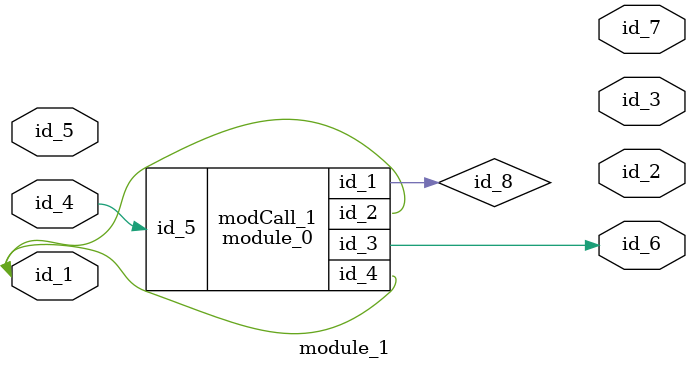
<source format=v>
module module_0 (
    id_1,
    id_2,
    id_3,
    id_4,
    id_5
);
  input wire id_5;
  output wire id_4;
  output wire id_3;
  inout wire id_2;
  inout wire id_1;
  parameter id_6 = 1;
  parameter id_7 = -1;
  assign id_6 = -1;
  wire id_8 = id_2;
  always id_4 = id_2;
endmodule
module module_1 (
    id_1,
    id_2,
    id_3,
    id_4,
    id_5,
    id_6,
    id_7
);
  output wire id_7;
  output wire id_6;
  input wire id_5;
  input wire id_4;
  output wire id_3;
  output wire id_2;
  inout wire id_1;
  wire id_8 = id_8;
  module_0 modCall_1 (
      id_8,
      id_1,
      id_6,
      id_1,
      id_4
  );
endmodule

</source>
